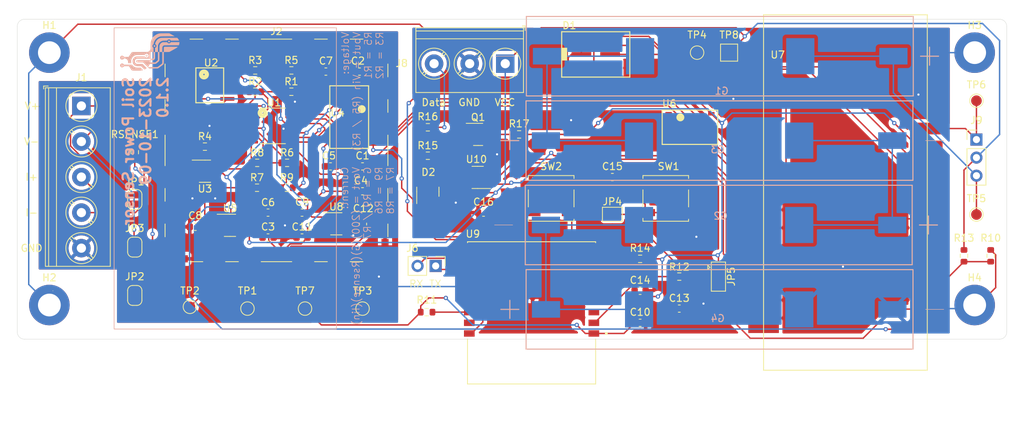
<source format=kicad_pcb>
(kicad_pcb (version 20221018) (generator pcbnew)
  (title_block (title "Soil Power Sensor") (date "2023-10-09") (rev "2.1.0") (company "jlab"))
  (layers (0 "F.Cu" signal) (31 "B.Cu" signal) (34 "B.Paste" user) (35 "F.Paste" user) (36 "B.SilkS" user "B.Silkscreen") (37 "F.SilkS" user "F.Silkscreen") (38 "B.Mask" user) (39 "F.Mask" user) (44 "Edge.Cuts" user))
  (net 0 "")
  (net 1 "+3V3")
  (net 2 "GND")
  (net 3 "REF+1V65")
  (net 4 "REF+3V3")
  (net 5 "-3V3")
  (net 6 "VCC")
  (net 7 "VUSB")
  (net 8 "Net-(U4-AIN0)")
  (net 9 "Net-(U4-AIN1)")
  (net 10 "Net-(U4-AIN2)")
  (net 11 "Net-(U4-AIN3)")
  (net 12 "Net-(U8-CFLY+)")
  (net 13 "Net-(U8-CFLY-)")
  (net 14 "/ESP32/ESP32_EN")
  (net 15 "Net-(JP4-A)")
  (net 16 "Net-(G1--)")
  (net 17 "Net-(G2--)")
  (net 18 "Net-(R3-Pad2)")
  (net 19 "Net-(U2A--)")
  (net 20 "/Analog/POWERDOWN")
  (net 21 "/STM32/SDA")
  (net 22 "/STM32/SCL")
  (net 23 "Net-(U2B--)")
  (net 24 "Net-(U3-OUT)")
  (net 25 "/ESP32/BOOT")
  (net 26 "Net-(R1-Pad1)")
  (net 27 "Net-(R6-Pad1)")
  (net 28 "Net-(R7-Pad2)")
  (net 29 "Net-(U7-SCK{slash}PB13)")
  (net 30 "Net-(U9-IO2)")
  (net 35 "Net-(U9-IO8)")
  (net 45 "Net-(D2-K)")
  (net 46 "/STM32/STM_SWO")
  (net 51 "/STM32/STM_SWDCLK")
  (net 52 "/STM32/STM_SWDIO")
  (net 56 "Net-(G1-+)")
  (net 57 "Net-(G2-+)")
  (net 58 "/Analog/ADC_DRDY")
  (net 59 "/ESP32/EN")
  (net 60 "/Analog/V+")
  (net 61 "/ESP32/TX")
  (net 62 "/ESP32/RX")
  (net 63 "/Analog/V-")
  (net 64 "/Analog/I+")
  (net 65 "/Analog/I-")
  (net 66 "Net-(J8-Pin_3)")
  (net 71 "Net-(Q1-G)")
  (net 72 "/STM32/SDI12_RX")
  (net 73 "/STM32/SDI12_DIR")
  (net 74 "/STM32/SDI12_TX")
  (net 75 "Net-(JP5-C)")
  (net 76 "Net-(JP2-A)")
  (footprint "TestPoint:TestPoint_Pad_D1.5mm" (layer "F.Cu") (at 207.5 51.5 90)
    (fp_text reference "TP4")
    (fp_text value "VCC")
  )
  (footprint "Resistor_SMD:R_0603_1608Metric" (layer "F.Cu") (at 150.5 57)
    (fp_text reference "R1")
    (fp_text value "100k")
  )
  (footprint "Capacitor_SMD:C_0603_1608Metric" (layer "F.Cu") (at 160.5 67.5)
    (fp_text reference "C1")
    (fp_text value "0.1uF")
  )
  (footprint "Capacitor_SMD:C_0603_1608Metric" (layer "F.Cu") (at 152 74 180)
    (fp_text reference "C9")
    (fp_text value "1uF")
  )
  (footprint "Capacitor_SMD:C_0603_1608Metric" (layer "F.Cu") (at 152 77.5 180)
    (fp_text reference "C11")
    (fp_text value "1uF")
  )
  (footprint "Capacitor_SMD:C_0603_1608Metric" (layer "F.Cu") (at 160.075 54.165 180)
    (fp_text reference "C2")
    (fp_text value "0.1uF")
  )
  (footprint "Resistor_SMD:R_0603_1608Metric" (layer "F.Cu") (at 149.865 70.5)
    (fp_text reference "R9")
    (fp_text value "499k")
  )
  (footprint "Package_TO_SOT_SMD:SOT-23" (layer "F.Cu") (at 176.7375 63)
    (fp_text reference "Q1")
    (fp_text value "BSS123")
  )
  (footprint "Connector_PinHeader_2.54mm:PinHeader_1x02_P2.54mm_Vertical" (layer "F.Cu") (at 170.775 81.5 -90)
    (fp_text reference "J6")
    (fp_text value "UART")
  )
  (footprint "MountingHole:MountingHole_3.2mm_M3_ISO7380_Pad_TopBottom" (layer "F.Cu") (at 116.5 51.5)
    (fp_text reference "H1")
    (fp_text value "MountingHole_Pad")
  )
  (footprint "Capacitor_SMD:C_0603_1608Metric" (layer "F.Cu") (at 160.5 71)
    (fp_text reference "C4")
    (fp_text value "0.1uF")
  )
  (footprint "TestPoint:TestPoint_Pad_D1.5mm" (layer "F.Cu") (at 136.25 87.25)
    (fp_text reference "TP2")
    (fp_text value "REF+1V65")
  )
  (footprint "TestPoint:TestPoint_Pad_D1.5mm" (layer "F.Cu") (at 160.5 87.5)
    (fp_text reference "TP3")
    (fp_text value "-3V3")
  )
  (footprint "Soil Power Sensor:SOIC127P602X164-8N" (layer "F.Cu") (at 203.5 60.095)
    (fp_text reference "U6")
    (fp_text value "FM24CL16B" hide)
  )
  (footprint "Resistor_SMD:R_0603_1608Metric" (layer "F.Cu") (at 205 83 180)
    (fp_text reference "R12")
    (fp_text value "10k")
  )
  (footprint "Soil Power Sensor:SOIC127P600X155-8N" (layer "F.Cu") (at 139.035 56.095)
    (fp_text reference "U2")
    (fp_text value "MAX9944")
  )
  (footprint "MountingHole:MountingHole_3.2mm_M3_ISO7380_Pad_TopBottom" (layer "F.Cu") (at 116.5 87)
    (fp_text reference "H2")
    (fp_text value "MountingHole_Pad")
  )
  (footprint "TestPoint:TestPoint_Pad_2.0x2.0mm" (layer "F.Cu") (at 212 51.5)
    (fp_text reference "TP8")
    (fp_text value "+")
  )
  (footprint "Jumper:SolderJumper-3_P1.3mm_Open_Pad1.0x1.5mm" (layer "F.Cu") (at 210.5 83 -90)
    (fp_text reference "JP5")
    (fp_text value "ESP_EN")
  )
  (footprint "Resistor_SMD:R_0603_1608Metric" (layer "F.Cu") (at 145.7 67)
    (fp_text reference "R8")
    (fp_text value "10k")
  )
  (footprint "Capacitor_SMD:C_0603_1608Metric" (layer "F.Cu") (at 147.225 77.5 180)
    (fp_text reference "C3")
    (fp_text value "0.1uF")
  )
  (footprint "Resistor_SMD:R_0603_1608Metric" (layer "F.Cu") (at 182.5 63 180)
    (fp_text reference "R17")
    (fp_text value "47k")
  )
  (footprint "Resistor_SMD:R_0603_1608Metric" (layer "F.Cu") (at 138.355 64.72)
    (fp_text reference "R4")
    (fp_text value "330m")
  )
  (footprint "TestPoint:TestPoint_Pad_D1.5mm" (layer "F.Cu") (at 144.333333 87.5)
    (fp_text reference "TP1")
    (fp_text value "REF+3V3")
  )
  (footprint "Resistor_SMD:R_0603_1608Metric" (layer "F.Cu") (at 199.5 80.5)
    (fp_text reference "R14")
    (fp_text value "10k")
  )
  (footprint "TerminalBlock_Phoenix:TerminalBlock_Phoenix_PT-1,5-3-5.0-H_1x03_P5.00mm_Horizontal" (layer "F.Cu") (at 180.55 53.05 180)
    (fp_text reference "J8")
    (fp_text value "Conn_01x03")
  )
  (footprint "Capacitor_SMD:C_0603_1608Metric" (layer "F.Cu") (at 156 67.5 180)
    (fp_text reference "C5")
    (fp_text value "2.7nF")
  )
  (footprint "Capacitor_SMD:C_0603_1608Metric" (layer "F.Cu") (at 147.225 74)
    (fp_text reference "C6")
    (fp_text value "0.1uF")
  )
  (footprint "Capacitor_SMD:C_0603_1608Metric" (layer "F.Cu") (at 195.6 69 180)
    (fp_text reference "C15")
    (fp_text value "0.1uF")
  )
  (footprint "Package_TO_SOT_SMD:SOT-23-8" (layer "F.Cu") (at 138.3625 68.175)
    (fp_text reference "U3")
    (fp_text value "INA296A" hide)
  )
  (footprint "Capacitor_SMD:C_0603_1608Metric" (layer "F.Cu") (at 155.35 54.165)
    (fp_text reference "C7")
    (fp_text value "1nF")
  )
  (footprint "MountingHole:MountingHole_3.2mm_M3_ISO7380_Pad_TopBottom" (layer "F.Cu") (at 246.5 51.5)
    (fp_text reference "H3")
    (fp_text value "MountingHole_Pad")
  )
  (footprint "Soil Power Sensor:WIO-E5_MINI" (layer "F.Cu") (at 216.843331 62.172127)
    (fp_text reference "U7")
    (fp_text value "Wio-E5 mini")
  )
  (footprint "Package_TO_SOT_SMD:SOT-23-5" (layer "F.Cu") (at 141.875 75.79)
    (fp_text reference "U5")
    (fp_text value "REF2033")
  )
  (footprint "Capacitor_SMD:C_0603_1608Metric" (layer "F.Cu") (at 137 76 180)
    (fp_text reference "C8")
    (fp_text value "0.1uF")
  )
  (footprint "Capacitor_SMD:C_0603_1608Metric" (layer "F.Cu") (at 199.5 85)
    (fp_text reference "C14")
    (fp_text value "0.1uF")
  )
  (footprint "Jumper:SolderJumper-2_P1.3mm_Open_Pad1.0x1.5mm" (layer "F.Cu") (at 195.6 74.25)
    (fp_text reference "JP4")
    (fp_text value "EN_BUTTON")
  )
  (footprint "Capacitor_SMD:C_0603_1608Metric" (layer "F.Cu") (at 199.5 89.5)
    (fp_text reference "C10")
    (fp_text value "10uF")
  )
  (footprint "Button_Switch_SMD:SW_Push_1P1T_NO_CK_KSC7xxJ" (layer "F.Cu") (at 187 72)
    (fp_text reference "SW2")
    (fp_text value "BOOT")
  )
  (footprint "TerminalBlock_Phoenix:TerminalBlock_Phoenix_PT-1,5-5-5.0-H_1x05_P5.00mm_Horizontal" (layer "F.Cu") (at 121 59 -90)
    (fp_text reference "J1")
    (fp_text value "Screw_Terminal_01x05")
  )
  (footprint "Soil Power Sensor:MODULE_ESP32-C3-WROOM-02-N4" (layer "F.Cu") (at 184.25 88.1 180)
    (fp_text reference "U9")
    (fp_text value "ESP32-C3-WROOM-02-N4")
  )
  (footprint "Resistor_SMD:R_0603_1608Metric" (layer "F.Cu") (at 248.75 80.075 -90)
    (fp_text reference "R10")
    (fp_text value "1M")
  )
  (footprint "TestPoint:TestPoint_Pad_D1.5mm" (layer "F.Cu") (at 152.416666 87.5)
    (fp_text reference "TP7")
    (fp_text value "+3V3")
  )
  (footprint "Resistor_SMD:R_0603_1608Metric" (layer "F.Cu") (at 169.675 62 180)
    (fp_text reference "R16")
    (fp_text value "510")
  )
  (footprint "Capacitor_SMD:C_0603_1608Metric" (layer "F.Cu") (at 177.5 74 180)
    (fp_text reference "C16")
    (fp_text value "0.1uF")
  )
  (footprint "RF_Shielding:Wuerth_36103305_30x30mm" (layer "F.Cu") (at 148.408455 65.25)
    (fp_text reference "J2")
    (fp_text value "RFShield_OnePiece")
  )
  (footprint "Jumper:SolderJumper-2_P1.3mm_Open_RoundedPad1.0x1.5mm" (layer "F.Cu") (at 128.5 85.65 -90)
    (fp_text reference "JP2")
    (fp_text value "SolderJumper_2_Open" hide)
  )
  (footprint "Resistor_SMD:R_0603_1608Metric" (layer "F.Cu") (at 145.42 54)
    (fp_text reference "R3")
    (fp_text value "100k")
  )
  (footprint "Soil Power Sensor:SOP65P640X120-16N" (layer "F.Cu") (at 147.9 61.8)
    (fp_text reference "U1")
    (fp_text value "THS4532")
  )
  (footprint "Package_TO_SOT_SMD:SOT-23-5" (layer "F.Cu") (at 176.675 69.05 180)
    (fp_text reference "U10")
    (fp_text value "74LVC1G240")
  )
  (footprint "Connector_PinHeader_2.54mm:PinHeader_1x03_P2.54mm_Vertical" (layer "F.Cu") (at 246.75 63.725)
    (fp_text reference "J9")
    (fp_text value "Conn_01x03_Pin")
  )
  (footprint "Soil Power Sensor:ARM10_DEBUG" (layer "F.Cu") (at 191.25 49.21)
    (fp_text reference "D1")
    (fp_text value "ARM10_DEBUG")
  )
  (footprint "Jumper:SolderJumper-2_P1.3mm_Open_RoundedPad1.0x1.5mm" (layer "F.Cu") (at 128.5 72.15 90)
    (fp_text reference "JP1")
    (fp_text value "SolderJumper_2_Open" hide)
  )
  (footprint "Resistor_SMD:R_0603_1608Metric" (layer "F.Cu") (at 145.42 57)
    (fp_text reference "R2")
    (fp_text value "100k")
  )
  (footprint "Resistor_SMD:R_0603_1608Metric" (layer "F.Cu") (at 169.5 88 180)
    (fp_text reference "R11")
    (fp_text value "10k")
  )
  (footprint "TestPoint:TestPoint_Pad_D1.5mm" (layer "F.Cu") (at 246.75 74.265 90)
    (fp_text reference "TP5")
    (fp_text value "VBAT")
  )
  (footprint "Capacitor_SMD:C_0603_1608Metric" (layer "F.Cu") (at 160.565 75.61 -90)
    (fp_text reference "C12")
    (fp_text value "1uF")
  )
  (footprint "MountingHole:MountingHole_3.2mm_M3_ISO7380_Pad_TopBottom" (layer "F.Cu") (at 246.5 87)
    (fp_text reference "H4")
    (fp_text value "MountingHole_Pad")
  )
  (footprint "TestPoint:TestPoint_Pad_D1.5mm" (layer "F.Cu") (at 246.75 58.265 90)
    (fp_text reference "TP6")
    (fp_text value "VUSB")
  )
  (footprint "Package_TO_SOT_SMD:SOT-23-5" (layer "F.Cu") (at 156.8175 75.575)
    (fp_text reference "U8")
    (fp_text value "TPS60400DBV")
  )
  (footprint "Jumper:SolderJumper-2_P1.3mm_Open_RoundedPad1.0x1.5mm" (layer "F.Cu") (at 128.5 78.85 90)
    (fp_text reference "JP3")
    (fp_text value "SolderJumper_2_Open" hide)
  )
  (footprint "Resistor_SMD:R_0603_1608Metric" (layer "F.Cu") (at 145.675 70.5)
    (fp_text reference "R7")
    (fp_text value "10k")
  )
  (footprint "Resistor_SMD:R_0603_1608Metric" (layer "F.Cu") (at 128.5 65.5 90)
    (fp_text reference "RSENSE1")
    (fp_text value "DNP" hide)
  )
  (footprint "Capacitor_SMD:C_0603_1608Metric" (layer "F.Cu") (at 205 87.5)
    (fp_text reference "C13")
    (fp_text value "1uF")
  )
  (footprint "Resistor_SMD:R_0603_1608Metric" (layer "F.Cu") (at 169.675 66)
    (fp_text reference "R15")
    (fp_text value "510")
  )
  (footprint "Button_Switch_SMD:SW_Push_1P1T_NO_CK_KSC7xxJ" (layer "F.Cu") (at 203.1 72)
    (fp_text reference "SW1")
    (fp_text value "EN")
  )
  (footprint "Package_TO_SOT_SMD:SOT-23" (layer "F.Cu") (at 169.675 71.0625 90)
    (fp_text reference "D2")
    (fp_text value "BZX84Cxx")
  )
  (footprint "Resistor_SMD:R_0603_1608Metric" (layer "F.Cu") (at 149.9 67)
    (fp_text reference "R6")
    (fp_text value "499k")
  )
  (footprint "Resistor_SMD:R_0603_1608Metric" (layer "F.Cu") (at 150.5 54)
    (fp_text reference "R5")
    (fp_text value "100k")
  )
  (footprint "Resistor_SMD:R_0603_1608Metric" (layer "F.Cu") (at 245 80.075 90)
    (fp_text reference "R13")
    (fp_text value "1M")
  )
  (footprint "Soil Power Sensor:TSSOP65P640X120-16" (layer "F.Cu") (at 160.9 57.665 -90)
    (fp_text reference "U4")
    (fp_text value "ADS1219")
  )
  (footprint "Soil Power Sensor:AAA55" (layer "B.Cu") (at 210.798131 75.740987 180)
    (fp_text reference "G2")
    (fp_text value "AAA55")
  )
  (footprint "Soil Power Sensor:AAA55" (layer "B.Cu") (at 210.951 52 180)
    (fp_text reference "G1")
    (fp_text value "AAA55")
  )
  (footprint "Soil Power Sensor:UCSC_HSC" (layer "B.Cu") (at 130.6 51.4 -90)
    (fp_text reference "G***" hide)
    (fp_text value "LOGO" hide)
  )
  (footprint "Soil Power Sensor:AAA55" (layer "B.Cu") (at 210.404213 87.61148)
    (fp_text reference "G4")
    (fp_text value "AAA55")
  )
  (footprint "Soil Power Sensor:AAA55" (layer "B.Cu") (at 210.391731 63.870494)
    (fp_text reference "G3")
    (fp_text value "AAA55")
  )
  (gr_line (start 113 91.801633) (end 250 91.801633) (stroke (width 0.05)) (layer "Edge.Cuts"))
  (gr_arc (start 250 46.801633) (mid 250.707107 47.094526) (end 251 47.801633) (stroke (width 0.05)) (layer "Edge.Cuts"))
  (gr_line (start 112 47.801633) (end 112 90.801633) (stroke (width 0.05)) (layer "Edge.Cuts"))
  (gr_line (start 251 90.801633) (end 251 47.801633) (stroke (width 0.05)) (layer "Edge.Cuts"))
  (gr_circle (center 117 85) (end 117 85) (stroke (width 0.05)) (fill none) (layer "Edge.Cuts"))
  (gr_arc (start 251 90.801633) (mid 250.707107 91.50874) (end 250 91.801633) (stroke (width 0.05)) (layer "Edge.Cuts"))
  (gr_line (start 113 46.801633) (end 250 46.801633) (stroke (width 0.05)) (layer "Edge.Cuts"))
  (gr_arc (start 113 91.801633) (mid 112.292893 91.50874) (end 112 90.801633) (stroke (width 0.05)) (layer "Edge.Cuts"))
  (gr_arc (start 112 47.801633) (mid 112.292893 47.094526) (end 113 46.801633) (stroke (width 0.05)) (layer "Edge.Cuts"))
  (gr_text "Voltage:\nVout = Vin (R5 / R3)\nR5 = R1\nR3 = R2" (at 163.5 48.5 90) (layer "B.SilkS") (effects (font (size 1 1) (thickness 0.1)) (justify left bottom mirror)))
  (gr_text "Current:\nVout = (200)(G)(Rsense)(Iin)\nG = R9 / R7\nR9 = R6\nR7 = R8" (at 165 67.5 90) (layer "B.SilkS") (effects (font (size 1 1) (thickness 0.1)) (justify left bottom mirror)))
  (gr_text "GND\n" (at 175.5 58.5) (layer "F.SilkS") (effects (font (size 1 1))))
  (gr_text "GND\n" (at 114 79) (layer "F.SilkS") (effects (font (size 1 1))))
  (gr_text "TX" (at 169.8 84.6) (layer "F.SilkS") (effects (font (size 1 1) (thickness 0.1)) (justify left bottom)))
  (gr_text "RX" (at 167 84.6) (layer "F.SilkS") (effects (font (size 1 1) (thickness 0.1)) (justify left bottom)))
  (gr_text "V+" (at 114.1 59) (layer "F.SilkS") (effects (font (size 1 1))))
  (gr_text "VCC\n" (at 180.5 58.5) (layer "F.SilkS") (effects (font (size 1 1))))
  (gr_text "I+" (at 114 69) (layer "F.SilkS") (effects (font (size 1 1))))
  (gr_text "Data" (at 170.5 58.5) (layer "F.SilkS") (effects (font (size 1 1))))
  (gr_text "I-" (at 114 74) (layer "F.SilkS") (effects (font (size 1 1))))
  (gr_text "V-" (at 114 64) (layer "F.SilkS") (effects (font (size 1 1))))
  (gr_text_box "	${TITLE}\n	${ISSUE_DATE}\n	${REVISION}" (start 125.6 90.374085) (end 156.82 48) (angle 90) (layer "B.SilkS") (effects (font (size 1.5 1.5) (thickness 0.3) bold) (justify left top mirror)) (stroke (width 0.1)))
  (segment (start 159.6 57.665) (end 159.6 55.415) (width 0.2) (layer "F.Cu") (net 1))
  (segment (start 169.8 86) (end 168.675 87.125) (width 0.2) (layer "F.Cu") (net 1))
  (segment (start 159.6 58.862448) (end 158.95 59.512448) (width 0.2) (layer "F.Cu") (net 1))
  (segment (start 150.77 64.075) (end 153.470291 64.075) (width 0.2) (layer "F.Cu") (net 1))
  (segment (start 149.664552 84.327) (end 148.727 83.389448) (width 0.2) (layer "F.Cu") (net 1))
  (segment (start 150.337552 78.4) (end 151.875 78.4) (width 0.2) (layer "F.Cu") (net 1))
  (segment (start 202 85.8) (end 199.525 85.8) (width 0.2) (layer "F.Cu") (net 1))
  (segment (start 199.525 85.8) (end 198.725 85) (width 0.2) (layer "F.Cu") (net 1))
  (segment (start 150.77 64.77) (end 150.77 64.075) (width 0.2) (layer "F.Cu") (net 1))
  (segment (start 158.95 63.465) (end 158.3 63.465) (width 0.2) (layer "F.Cu") (net 1))
  (segment (start 202.6 80.6) (end 202.5 80.5) (width 0.2) (layer "F.Cu") (net 1))
  (segment (start 193 91) (end 191.8 91) (width 0.2) (layer "F.Cu") (net 1))
  (segment (start 148.727 83.389448) (end 148.727 80.010552) (width 0.2) (layer "F.Cu") (net 1))
  (segment (start 154.6 68.6) (end 150.77 64.77) (width 0.2) (layer "F.Cu") (net 1))
  (segment (start 159.725 67.5) (end 158.625 68.6) (width 0.2) (layer "F.Cu") (net 1))
  (segment (start 183.325 63) (end 192 63) (width 0.2) (layer "F.Cu") (net 1))
  (segment (start 158.625 68.6) (end 157 68.6) (width 0.2) (layer "F.Cu") (net 1))
  (segment (start 198.725 85) (end 198.725 89.5) (width 0.2) (layer "F.Cu") (net 1))
  (segment (start 155.68 75.575) (end 154.7 75.575) (width 0.2) (layer "F.Cu") (net 1))
  (segment (start 154.523 61.475) (end 150.77 61.475) (width 0.2) (layer "F.Cu") (net 1))
  (segment (start 149 60.8) (end 149.675 61.475) (width 0.2) (layer "F.Cu") (net 1))
  (segment (start 152.775 75.825) (end 152.8 75.8) (width 0.2) (layer "F.Cu") (net 1))
  (segment (start 142.79 54.19) (end 144 55.4) (width 0.2) (layer "F.Cu") (net 1))
  (segment (start 154.716666 89.8) (end 166.875 89.8) (width 0.2) (layer "F.Cu") (net 1))
  (segment (start 148.727 80.010552) (end 150.337552 78.4) (width 0.2) (layer "F.Cu") (net 1))
  (segment (start 191.25 49.21) (end 192.144 49.21) (width 0.2) (layer "F.Cu") (net 1))
  (segment (start 152.416666 84.943666) (end 151.8 84.327) (width 0.2) (layer "F.Cu") (net 1))
  (segment (start 155.2 62.152) (end 154.523 61.475) (width 0.2) (layer "F.Cu") (net 1))
  (segment (start 210.5 81.7) (end 210.5 80.1) (width 0.2) (layer "F.Cu") (net 1))
  (segment (start 239.843331 64.712127) (end 238.512127 64.712127) (width 0.2) (layer "F.Cu") (net 1))
  (segment (start 192 63) (end 193.6 61.4) (width 0.2) (layer "F.Cu") (net 1))
  (segment (start 202.5 80.5) (end 200.325 80.5) (width 0.2) (layer "F.Cu") (net 1))
  (segment (start 193 50.066) (end 193 54.174) (width 0.2) (layer "F.Cu") (net 1))
  (segment (start 205.805 56.4) (end 209.5 60.095) (width 0.2) (layer "F.Cu") (net 1))
  (segment (start 158.95 59.512448) (end 158.95 63.465) (width 0.2) (layer "F.Cu") (net 1))
  (segment (start 158.95 66.725) (end 158.95 63.465) (width 0.2) (layer "F.Cu") (net 1))
  (segment (start 211 61.4) (end 210.805 61.4) (width 0.2) (layer "F.Cu") (net 1))
  (segment (start 152.775 77.5) (end 152.775 75.825) (width 0.2) (layer "F.Cu") (net 1))
  (segment (start 210.5 80.1) (end 210.4 80) (width 0.2) (layer "F.Cu") (net 1))
  (segment (start 193 54.174) (end 195.226 56.4) (width 0.2) (layer "F.Cu") (net 1))
  (segment (start 197.225 91) (end 198.725 89.5) (width 0.2) (layer "F.Cu") (net 1))
  (segment (start 152.416666 87.5) (end 152.416666 84.943666) (width 0.2) (layer "F.Cu") (net 1))
  (segment (start 159.725 67.5) (end 158.95 66.725) (width 0.2) (layer "F.Cu") (net 1))
  (segment (start 166.875 89.8) (end 168.675 88) (width 0.2) (layer "F.Cu") (net 1))
  (segment (start 157 68.6) (end 154.6 68.6) (width 0.2) (layer "F.Cu") (net 1))
  (segment (start 141.5 54.19) (end 142.79 54.19) (width 0.2) (layer "F.Cu") (net 1))
  (segment (start 151.8 84.327) (end 149.664552 84.327) (width 0.2) (layer "F.Cu") (net 1))
  (segment (start 159.6 57.665) (end 159.6 58.862448) (width 0.2) (layer "F.Cu") (net 1))
  (segment (start 149.675 61.475) (end 150.77 61.475) (width 0.2) (layer "F.Cu") (net 1))
  (segment (start 155.2 62.345291) (end 155.2 62.152) (width 0.2) (layer "F.Cu") (net 1))
  (segment (start 172.2 86) (end 169.8 86) (width 0.2) (layer "F.Cu") (net 1))
  (segment (start 195.226 56.4) (end 205.805 56.4) (width 0.2) (layer "F.Cu") (net 1))
  (segment (start 193 91) (end 197.225 91) (width 0.2) (layer "F.Cu") (net 1))
  (segment (start 168.675 87.125) (end 168.675 88) (width 0.2) (layer "F.Cu") (net 1))
  (segment (start 191.8 91) (end 190.6 89.8) (width 0.2) (layer "F.Cu") (net 1))
  (segment (start 154.7 75.575) (end 152.775 77.5) (width 0.2) (layer "F.Cu") (net 1))
  (segment (start 151.875 78.4) (end 152.775 77.5) (width 0.2) (layer "F.Cu") (net 1))
  (segment (start 238.512127 64.712127) (end 235.2 61.4) (width 0.2) (layer "F.Cu") (net 1))
  (segment (start 192.144 49.21) (end 193 50.066) (width 0.2) (layer "F.Cu") (net 1))
  (segment (start 159.6 55.415) (end 160.85 54.165) (width 0.2) (layer "F.Cu") (net 1))
  (segment (start 152.416666 87.5) (end 154.716666 89.8) (width 0.2) (layer "F.Cu") (net 1))
  (segment (start 210.805 61.4) (end 209.5 60.095) (width 0.2) (layer "F.Cu") (net 1))
  (segment (start 153.470291 64.075) (end 155.2 62.345291) (width 0.2) (layer "F.Cu") (net 1))
  (via (at 193.6 61.4) (size 0.6) (drill 0.3) (layers "F.Cu" "B.Cu") (net 1))
  (via (at 144 55.4) (size 0.6) (drill 0.3) (layers "F.Cu" "B.Cu") (net 1))
  (via (at 210.4 80) (size 0.6) (drill 0.3) (layers "F.Cu" "B.Cu") (net 1))
  (via (at 172.2 86) (size 0.6) (drill 0.3) (layers "F.Cu" "B.Cu") (net 1))
  (via (at 157 68.6) (size 0.6) (drill 0.3) (layers "F.Cu" "B.Cu") (net 1))
  (via (at 202.6 80.6) (size 0.6) (drill 0.3) (layers "F.Cu" "B.Cu") (net 1))
  (via (at 235.2 61.4) (size 0.6) (drill 0.3) (layers "F.Cu" "B.Cu") (net 1))
  (via (at 149 60.8) (size 0.6) (drill 0.3) (layers "F.Cu" "B.Cu") (net 1))
  (via (at 211 61.4) (size 0.6) (drill 0.3) (layers "F.Cu" "B.Cu") (net 1))
  (via (at 190.6 89.8) (size 0.6) (drill 0.3) (layers "F.Cu" "B.Cu") (net 1))
  (via (at 202 85.8) (size 0.6) (drill 0.3) (layers "F.Cu" "B.Cu") (net 1))
  (via (at 152.8 75.8) (size 0.6) (drill 0.3) (layers "F.Cu" "B.Cu") (net 1))
  (segment (start 202.6 85.2) (end 202.6 80.6) (width 0.2) (layer "B.Cu") (net 1))
  (segment (start 144 55.4) (end 145.4 55.4) (width 0.2) (layer "B.Cu") (net 1))
  (segment (start 149 59) (end 149 60.8) (width 0.2) (layer "B.Cu") (net 1))
  (segment (start 235.2 61.4) (end 233.8 60) (width 0.2) (layer "B.Cu") (net 1))
  (segment (start 210.4 80) (end 211 79.4) (width 0.2) (layer "B.Cu") (net 1))
  (segment (start 209 59.4) (end 211 61.4) (width 0.2) (layer "B.Cu") (net 1))
  (segment (start 176 89.8) (end 172.2 86) (width 0.2) (layer "B.Cu") (net 1))
  (segment (start 145.4 55.4) (end 149 59) (width 0.2) (layer "B.Cu") (net 1))
  (segment (start 195.6 59.4) (end 209 59.4) (width 0.2) (layer "B.Cu") (net 1))
  (segment (start 190.6 89.8) (end 176 89.8) (width 0.2) (layer "B.Cu") (net 1))
  (segment (start 203.2 80) (end 202.6 80.6) (width 0.2) (layer "B.Cu") (net 1))
  (segment (start 202 85.8) (end 202.6 85.2) (width 0.2) (layer "B.Cu") (net 1))
  (segment (start 233.8 60) (end 212.4 60) (width 0.2) (layer "B.Cu") (net 1))
  (segment (start 211 79.4) (end 211 61.4) (width 0.2) (layer "B.Cu") (net 1))
  (segment (start 157 68.6) (end 157 71.6) (width 0.2) (layer "B.Cu") (net 1))
  (segment (start 212.4 60) (end 211 61.4) (width 0.2) (layer "B.Cu") (net 1))
  (segment (start 210.4 80) (end 203.2 80) (width 0.2) (layer "B.Cu") (net 1))
  (segment (start 157 71.6) (end 152.8 75.8) (width 0.2) (layer "B.Cu") (net 1))
  (segment (start 193.6 61.4) (end 195.6 59.4) (width 0.2) (layer "B.Cu") (net 1))
  (segment (start 169.5 48.5) (end 169.5 49) (width 0.2) (layer "F.Cu") (net 2))
  (segment (start 189.89 54.29) (end 191.25 54.29) (width 0.2) (layer "F.Cu") (net 2))
  (segment (start 158.95 57.665) (end 158.3 57.665) (width 0.2) (layer "F.Cu") (net 2))
  (segment (start 136.3355 68.922999) (end 136.3355 68.0645) (width 0.2) (layer "F.Cu") (net 2))
  (segment (start 141.673 75.516999) (end 141.673 74.273) (width 0.2) (layer "F.Cu") (net 2))
  (segment (start 189.4 53.8) (end 189.89 54.29) (width 0.2) (layer "F.Cu") (net 2))
  (segment (start 116.5 51.5) (end 120.5 47.5) (width 0.2) (layer "F.Cu") (net 2))
  (segment (start 141.673 74.273) (end 140.6 73.2) (width 0.2) (layer "F.Cu") (net 2))
  (segment (start 141.399999 75.79) (end 141.673 75.516999) (width 0.2) (layer "F.Cu") (net 2))
  (segment (start 249.452 84.548) (end 246.5 87.5) (width 0.2) (layer "F.Cu") (net 2))
  (segment (start 150.77 62.125) (end 149.475 62.125) (width 0.2) (layer "F.Cu") (net 2))
  (segment (start 136.562501 69.15) (end 136.3355 68.922999) (width 0.2) (layer "F.Cu") (net 2))
  (segment (start 158.3 55.165) (end 159.3 54.165) (width 0.2) (layer "F.Cu") (net 2))
  (segment (start 160.25 57.665) (end 160.9 57.665) (width 0.2) (layer "F.Cu") (net 2))
  (segment (start 189.85 51.75) (end 189.4 52.2) (width 0.2) (layer "F.Cu") (net 2))
  (segment (start 236.727873 74.872127) (end 236.6 75) (width 0.2) (layer "F.Cu") (net 2))
  (segment (start 149.475 62.125) (end 149.4 62.2) (width 0.2) (layer "F.Cu") (net 2))
  (segment (start 150.77 58.63) (end 151 58.4) (width 0.2) (layer "F.Cu") (net 2))
  (segment (start 140.7375 75.79) (end 141.399999 75.79) (width 0.2) (layer "F.Cu") (net 2))
  (segment (start 150.77 59.525) (end 150.77 58.63) (width 0.2) (layer "F.Cu") (net 2))
  (segment (start 158.525 76.525) (end 159.2 77.2) (width 0.2) (layer "F.Cu") (net 2))
  (segment (start 157.955 76.525) (end 158.525 76.525) (width 0.2) (layer "F.Cu") (net 2))
  (segment (start 136.55 67.85) (end 137.225 67.85) (width 0.2) (layer "F.Cu") (net 2))
  (segment (start 191.25 50.48) (end 191.25 51.75) (width 0.2) (layer "F.Cu") (net 2))
  (segment (start 158.3 57.665) (end 158.3 55.165) (width 0.2) (layer "F.Cu") (net 2))
  (segment (start 189.4 52.2) (end 189.4 53.8) (width 0.2) (layer "F.Cu") (net 2))
  (segment (start 120.5 47.5) (end 168.5 47.5) (width 0.2) (layer "F.Cu") (net 2))
  (segment (start 136.3355 68.0645) (end 136.55 67.85) (width 0.2) (layer "F.Cu") (net 2))
  (segment (start 239.843331 74.872127) (end 236.727873 74.872127) (width 0.2) (layer "F.Cu") (net 2))
  (segment (start 249.452 79.952) (end 249.452 84.548) (width 0.2) (layer "F.Cu") (net 2))
  (segment (start 137.225 69.15) (end 136.562501 69.15) (width 0.2) (layer "F.Cu") (net 2))
  (segment (start 191.25 51.75) (end 189.85 51.75) (width 0.2) (layer "F.Cu") (net 2))
  (segment (start 168.5 47.5) (end 169.5 48.5) (width 0.2) (layer "F.Cu") (net 2))
  (segment (start 248.75 79.25) (end 249.452 79.952) (width 0.2) (layer "F.Cu") (net 2))
  (via (at 173.6 72.6) (size 0.6) (drill 0.3) (layers "F.Cu" "B.Cu") (net 2))
  (via (at 149.6 75.8) (size 0.6) (drill 0.3) (layers "F.Cu" "B.Cu") (net 2))
  (via (at 149.4 62.2) (size 0.6) (drill 0.3) (layers "F.Cu" "B.Cu") (net 2))
  (via (at 159.2 77.2) (size 0.6) (drill 0.3) (layers "F.Cu" "B.Cu") (net 2))
  (via (at 136.6 72) (size 0.6) (drill 0.3) (layers "F.Cu" "B.Cu") (net 2))
  (via (at 139 61.8) (size 0.6) (drill 0.3) (layers "F.Cu" "B.Cu") (net 2))
  (via (at 238.6 57.4) (size 0.6) (drill 0.3) (layers "F.Cu" "B.Cu") (net 2))
  (via (at 179.4 65.8) (size 0.6) (drill 0.3) (layers "F.Cu" "B.Cu") (net 2))
  (via (at 151 58.4) (size 0.6) (drill 0.3) (layers "F.Cu" "B.Cu") (net 2))
  (via (at 208.4 86.8) (size 0.6) (drill 0.3) (layers "F.Cu" "B.Cu") (net 2))
  (via (at 228 81.6) (size 0.6) (drill 0.3) (layers "F.Cu" "B.Cu") (net 2))
  (via (at 162.8 83) (size 0.6) (drill 0.3) (layers "F.Cu" "B.Cu") (net 2))
  (via (at 189.8 61) (size 0.6) (drill 0.3) (layers "F.Cu" "B.Cu") (net 2))
  (via (at 212.6 58) (size 0.6) (drill 0.3) (layers "F.Cu" "B.Cu") (net 2))
  (via (at 207.4 77.4) (size 0.6) (drill 0.3) (layers "F.Cu" "B.Cu") (net 2))
  (via (at 139.8 72) (size 0.6) (drill 0.3) (layers "F.Cu" "B.Cu") (net 2))
  (segment (start 175.6 84.4) (end 164.2 84.4) (width 0.2) (layer "B.Cu") (net 2))
  (segment (start 116.5 51.5) (end 113.6 54.4) (width 0.2) (layer "B.Cu") (net 2))
  (segment (start 242.7 51.5) (end 242.6 51.6) (width 0.2) (layer "B.Cu") (net 2))
  (segment (start 113.6 84.1) (end 116.5 87) (width 0.2) (layer "B.Cu") (net 2))
  (segment (start 242.7 87.5) (end 242.6 87.4) (width 0.2) (layer "B.Cu") (net 2))
  (segment (start 113.6 54.4) (end 113.6 84.1) (width 0.2) (layer "B.Cu") (net 2))
  (segment (start 246.5 51.5) (end 242.7 51.5) (width 0.2) (layer "B.Cu") (net 2))
  (segment (start 246.5 87.5) (end 242.7 87.5) (width 0.2) (layer "B.Cu") (net 2))
  (segment (start 139.848 77.050316) (end 139.848 75.067001) (width 0.2) (layer "F.Cu") (net 3))
  (segment (start 138.935 74.84) (end 138.336234 74.241234) (width 0.2) (layer "F.Cu") (net 3))
  (segment (start 138.986234 67.85) (end 139.5 67.85) (width 0.2) (layer "F.Cu") (net 3))
  (segment (start 138.935 74.84) (end 137.775 76) (width 0.2) (layer "F.Cu") (net 3))
  (segment (start 140.075001 74.84) (end 140.7375 74.84) (width 0.2) (layer "F.Cu") (net 3))
  (segment (start 144.875 67) (end 144.875 64.23) (width 0.2) (layer "F.Cu") (net 3))
  (segment (start 144.018 61.702001) (end 144.018 63.847999) (width 0.2) (layer "F.Cu") (net 3))
  (segment (start 139.5 84) (end 147.4 84) (width 0.2) (layer "F.Cu") (net 3))
  (segment (start 138.336234 68.5) (end 138.986234 67.85) (width 0.2) (layer "F.Cu") (net 3))
  (segment (start 148.073 83.327) (end 148.073 79.6) (width 0.2) (layer "F.Cu") (net 3))
  (segment (start 144.245001 64.075) (end 145.03 64.075) (width 0.2) (layer "F.Cu") (net 3))
  (segment (start 148.073 79.6) (end 142.397684 79.6) (width 0.2) (layer "F.Cu") (net 3))
  (segment (start 144.025 67.85) (end 144.875 67) (width 0.2) (layer "F.Cu") (net 3))
  (segment (start 139.848 75.067001) (end 140.075001 74.84) (width 0.2) (layer "F.Cu") (net 3))
  (segment (start 137.225 68.5) (end 138.336234 68.5) (width 0.2) (layer "F.Cu") (net 3))
  (segment (start 144.875 64.23) (end 145.03 64.075) (width 0.2) (layer "F.Cu") (net 3))
  (segment (start 144.018 63.847999) (end 144.245001 64.075) (width 0.2) (layer "F.Cu") (net 3))
  (segment (start 145.03 61.475) (end 144.245001 61.475) (width 0.2) (layer "F.Cu") (net 3))
  (segment (start 136.25 87.25) (end 139.5 84) (width 0.2) (layer "F.Cu") (net 3))
  (segment (start 139.5 67.85) (end 144.025 67.85) (width 0.2) (layer "F.Cu") (net 3))
  (segment (start 147.4 84) (end 148.073 83.327) (width 0.2) (layer "F.Cu") (net 3))
  (segment (start 142.397684 79.6) (end 139.848 77.050316) (width 0.2) (layer "F.Cu") (net 3))
  (segment (start 140.7375 74.84) (end 138.935 74.84) (width 0.2) (layer "F.Cu") (net 3))
  (segment (start 144.245001 61.475) (end 144.018 61.702001) (width 0.2) (layer "F.Cu") (net 3))
  (segment (start 138.336234 74.241234) (end 138.336234 68.5) (width 0.2) (layer "F.Cu") (net 3))
  (segment (start 147.535448 84.327) (end 148.4 83.462448) (width 0.2) (layer "F.Cu") (net 4))
  (segment (start 143.0125 74.84) (end 145.61 74.84) (width 0.2) (layer "F.Cu") (net 4))
  (segment (start 148.4 79.02046) (end 147.323 77.94346) (width 0.2) (layer "F.Cu") (net 4))
  (segment (start 144.333333 87.5) (end 144.333333 86.393667) (width 0.2) (layer "F.Cu") (net 4))
  (segment (start 144.333333 86.393667) (end 146.4 84.327) (width 0.2) (layer "F.Cu") (net 4))
  (segment (start 146.45 74) (end 148.25 72.2) (width 0.2) (layer "F.Cu") (net 4))
  (segment (start 148.4 83.462448) (end 148.4 79.02046) (width 0.2) (layer "F.Cu") (net 4))
  (segment (start 146.4 84.327) (end 147.535448 84.327) (width 0.2) (layer "F.Cu") (net 4))
  (segment (start 145.61 74.84) (end 146.45 74) (width 0.2) (layer "F.Cu") (net 4))
  (segment (start 147.323 77.94346) (end 147.323 76.553) (width 0.2) (layer "F.Cu") (net 4))
  (segment (start 155 71) (end 159.725 71) (width 0.2) (layer "F.Cu") (net 4))
  (segment (start 155 65) (end 155 64.815) (width 0.2) (layer "F.Cu") (net 4))
  (segment (start 148.25 72.2) (end 153.8 72.2) (width 0.2) (layer "F.Cu") (net 4))
  (segment (start 153.8 72.2) (end 155 71) (width 0.2) (layer "F.Cu") (net 4))
  (segment (start 155 64.815) (end 156.35 63.465) (width 0.2) (layer "F.Cu") (net 4))
  (segment (start 147.323 76.553) (end 145.61 74.84) (width 0.2) (layer "F.Cu") (net 4))
  (via (at 155 65) (size 0.6) (drill 0.3) (layers "F.Cu" "B.Cu") (net 4))
  (via (at 155 71) (size 0.6) (drill 0.3) (layers "F.Cu" "B.Cu") (net 4))
  (segment (start 155 65) (end 155 71) (width 0.2) (layer "B.Cu") (net 4))
  (segment (start 149.054 83.254) (end 149.054 80.146) (width 0.2) (layer "F.Cu") (net 5))
  (segment (start 153.4 74.625) (end 152.775 74) (width 0.2) (layer "F.Cu") (net 5))
  (segment (start 160.5 87.5) (end 157 84) (width 0.2) (layer "F.Cu") (net 5))
  (segment (start 149.054 80.146) (end 150.473 78.727) (width 0.2) (layer "F.Cu") (net 5))
  (segment (start 157 84) (end 149.8 84) (width 0.2) (layer "F.Cu") (net 5))
  (segment (start 160.94846 74.098) (end 156.207 74.098) (width 0.2) (layer "F.Cu") (net 5))
  (segment (start 159.34346 78.727) (end 161.267 76.80346) (width 0.2) (layer "F.Cu") (net 5))
  (segment (start 136.57 58) (end 138.8 58) (width 0.2) (layer "F.Cu") (net 5))
  (segment (start 161.267 74.41654) (end 160.94846 74.098) (width 0.2) (layer "F.Cu") (net 5))
  (segment (start 152.775 74) (end 152.775 72.975) (width 0.2) (layer "F.Cu") (net 5))
  (segment (start 156.207 74.098) (end 155.68 74.625) (width 0.2) (layer "F.Cu") (net 5))
  (segment (start 149.8 84) (end 149.054 83.254) (width 0.2) (layer "F.Cu") (net 5))
  (segment (start 150.473 78.727) (end 159.34346 78.727) (width 0.2) (layer "F.Cu") (net 5))
  (segment (start 155.68 74.625) (end 153.4 74.625) (width 0.2) (layer "F.Cu") (net 5))
  (segment (start 152.775 72.975) (end 152.6 72.8) (width 0.2) (layer "F.Cu") (net 5))
  (segment (start 161.267 76.80346) (end 161.267 74.41654) (width 0.2) (layer "F.Cu") (net 5))
  (via (at 152.6 72.8) (size 0.6) (drill 0.3) (layers "F.Cu" "B.Cu") (net 5))
  (via (at 138.8 58) (size 0.6) (drill 0.3) (layers "F.Cu" "B.Cu") (net 5))
  (segment (start 138.8 58) (end 146.4 58) (width 0.2) (layer "B.Cu") (net 5))
  (segment (start 148.473 60.073) (end 148.473 68.673) (width 0.2) (layer "B.Cu") (net 5))
  (segment (start 148.473 68.673) (end 152.6 72.8) (width 0.2) (layer "B.Cu") (net 5))
  (segment (start 146.4 58) (end 148.473 60.073) (width 0.2) (layer "B.Cu") (net 5))
  (segment (start 185.6 48) (end 213 48) (width 0.2) (layer "F.Cu") (net 6))
  (segment (start 214.2 49.3) (end 212 51.5) (width 0.2) (layer "F.Cu") (net 6))
  (segment (start 245 79.25) (end 245 68.015) (width 0.2) (layer "F.Cu") (net 6))
  (segment (start 179.2 71.2) (end 176.7375 71.2) (width 0.2) (layer "F.Cu") (net 6))
  (segment (start 145.69 76.74) (end 146.45 77.5) (width 0.2) (layer "F.Cu") (net 6))
  (segment (start 212 51.5) (end 207.5 51.5) (width 0.2) (layer "F.Cu") (net 6))
  (segment (start 176.7375 71.2) (end 175.5375 70) (width 0.2) (layer "F.Cu") (net 6))
  (segment (start 180.55 53.05) (end 185.6 48) (width 0.2) (layer "F.Cu") (net 6))
  (segment (start 213 48) (end 214.2 49.2) (width 0.2) (layer "F.Cu") (net 6))
  (segment (start 214.2 49.2) (end 214.2 49.3) (width 0.2) (layer "F.Cu") (net 6))
  (segment (start 245 68.015) (end 246.75 66.265) (width 0.2) (layer "F.Cu") (net 6))
  (segment (start 143.0125 76.74) (end 144.6 76.74) (width 0.2) (layer "F.Cu") (net 6))
  (segment (start 144.6 76.74) (end 144.6 78.2) (width 0.2) (layer "F.Cu") (net 6))
  (segment (start 144.6 76.74) (end 145.69 76.74) (width 0.2) (layer "F.Cu") (net 6))
  (via (at 214.2 49.2) (size 0.6) (drill 0.3) (layers "F.Cu" "B.Cu") (net 6))
  (via (at 179.2 71.2) (size 0.6) (drill 0.3) (layers "F.Cu" "B.Cu") (net 6))
  (via (at 144.6 78.2) (size 0.6) (drill 0.3) (layers "F.Cu" "B.Cu") (net 6))
  (segment (start 250 63.015) (end 246.75 66.265) (width 0.2) (layer "B.Cu") (net 6))
  (segment (start 144.6 78.2) (end 172.2 78.2) (width 0.2) (layer "B.Cu") (net 6))
  (segment (start 172.2 78.2) (end 179.2 71.2) (width 0.2) (layer "B.Cu") (net 6))
  (segment (start 250 49.8) (end 250 63.015) (width 0.2) (layer "B.Cu") (net 6))
  (segment (start 180.55 69.85) (end 179.2 71.2) (width 0.2) (layer "B.Cu") (net 6))
  (segment (start 247.6 47.4) (end 250 49.8) (width 0.2) (layer "B.Cu") (net 6))
  (segment (start 214.2 49.2) (end 216 47.4) (width 0.2) (layer "B.Cu") (net 6))
  (segment (start 216 47.4) (end 247.6 47.4) (width 0.2) (layer "B.Cu") (net 6))
  (segment (start 180.55 53.05) (end 180.55 69.85) (width 0.2) (layer "B.Cu") (net 6))
  (segment (start 239.843331 62.172127) (end 245.197127 62.172127) (width 0.2) (layer "F.Cu") (net 7))
  (segment (start 245.197127 62.172127) (end 246.75 63.725) (width 0.2) (layer "F.Cu") (net 7))
  (segment (start 246.75 58.265) (end 246.75 63.725) (width 0.2) (layer "F.Cu") (net 7))
  (segment (start 151.952 54.627) (end 151.952 59.777999) (width 0.2) (layer "F.Cu") (net 8))
  (segment (start 151.554999 60.175) (end 150.77 60.175) (width 0.2) (layer "F.Cu") (net 8))
  (segment (start 157.65 63.465) (end 157.65 66.625) (width 0.2) (layer "F.Cu") (net 8))
  (segment (start 157.65 62.515) (end 157.65 63.465) (width 0.2) (layer "F.Cu") (net 8))
  (segment (start 157.65 66.625) (end 156.775 67.5) (width 0.2) (layer "F.Cu") (net 8))
  (segment (start 150.77 60.175) (end 155.31 60.175) (width 0.2) (layer "F.Cu") (net 8))
  (segment (start 151.952 59.777999) (end 151.554999 60.175) (width 0.2) (layer "F.Cu") (net 8))
  (segment (start 151.325 54) (end 151.952 54.627) (width 0.2) (layer "F.Cu") (net 8))
  (segment (start 155.31 60.175) (end 157.65 62.515) (width 0.2) (layer "F.Cu") (net 8))
  (segment (start 150.77 60.825) (end 155.31 60.825) (width 0.2) (layer "F.Cu") (net 9))
  (segment (start 157 62.515) (end 157 63.465) (width 0.2) (layer "F.Cu") (net 9))
  (segment (start 157 63.465) (end 157 65.725) (width 0.2) (layer "F.Cu") (net 9))
  (segment (start 149.758 60.597999) (end 149.985001 60.825) (width 0.2) (layer "F.Cu") (net 9))
  (segment (start 149.985001 60.825) (end 150.77 60.825) (width 0.2) (layer "F.Cu") (net 9))
  (segment (start 151.325 57) (end 149.758 58.567) (width 0.2) (layer "F.Cu") (net 9))
  (segment (start 157 65.725) (end 155.225 67.5) (width 0.2) (layer "F.Cu") (net 9))
  (segment (start 155.31 60.825) (end 157 62.515) (width 0.2) (layer "F.Cu") (net 9))
  (segment (start 149.758 58.567) (end 149.758 60.597999) (width 0.2) (layer "F.Cu") (net 9))
  (segment (start 157 58.4) (end 157 57.665) (width 0.2) (layer "F.Cu") (net 10))
  (segment (start 152.625 62.775) (end 150.77 62.775) (width 0.2) (layer "F.Cu") (net 10))
  (segment (start 157 57.665) (end 157 56.59) (width 0.2) (layer "F.Cu") (net 10))
  (segment (start 150.69 70.5) (end 151.5 70.5) (width 0.2) (layer "F.Cu") (net 10))
  (segment (start 157 56.59) (end 154.575 54.165) (width 0.2) (layer "F.Cu") (net 10))
  (segment (start 151.5 70.5) (end 152.2 69.8) (width 0.2) (layer "F.Cu") (net 10))
  (segment (start 155.8 59.6) (end 157 58.4) (width 0.2) (layer "F.Cu") (net 10))
  (via (at 152.625 62.775) (size 0.6) (drill 0.3) (layers "F.Cu" "B.Cu") (net 10))
  (via (at 155.8 59.6) (size 0.6) (drill 0.3) (layers "F.Cu" "B.Cu") (net 10))
  (via (at 152.2 69.8) (size 0.6) (drill 0.3) (layers "F.Cu" "B.Cu") (net 10))
  (segment (start 152.625 62.775) (end 152.2 63.2) (width 0.2) (layer "B.Cu") (net 10))
  (segment (start 152.2 63.2) (end 152.2 69.8) (width 0.2) (layer "B.Cu") (net 10))
  (segment (start 152.625 62.775) (end 155.8 59.6) (width 0.2) (layer "B.Cu") (net 10))
  (segment (start 149.985001 63.425) (end 150.77 63.425) (width 0.2) (layer "F.Cu") (net 11))
  (segment (start 157.65 59.15) (end 157.65 57.665) (width 0.2) (layer "F.Cu") (net 11))
  (segment (start 150.725 67) (end 149.758 66.033) (width 0.2) (layer "F.Cu") (net 11))
  (segment (start 157.65 57.665) (end 157.65 55.69) (width 0.2) (layer "F.Cu") (net 11))
  (segment (start 149.758 66.033) (end 149.758 63.652001) (width 0.2) (layer "F.Cu") (net 11))
  (segment (start 157.65 55.69) (end 156.125 54.165) (width 0.2) (layer "F.Cu") (net 11))
  (segment (start 153.375 63.425) (end 154.4 62.4) (width 0.2) (layer "F.Cu") (net 11))
  (segment (start 156.8 60) (end 157.65 59.15) (width 0.2) (layer "F.Cu") (net 11))
  (segment (start 150.77 63.425) (end 153.375 63.425) (width 0.2) (layer "F.Cu") (net 11))
  (segment (start 149.758 63.652001) (end 149.985001 63.425) (width 0.2) (layer "F.Cu") (net 11))
  (via (at 154.4 62.4) (size 0.6) (drill 0.3) (layers "F.Cu" "B.Cu") (net 11))
  (via (at 156.8 60) (size 0.6) (drill 0.3) (layers "F.Cu" "B.Cu") (net 11))
  (segment (start 154.4 62.4) (end 156.8 60) (width 0.2) (layer "B.Cu") (net 11))
  (segment (start 157.955 74.625) (end 160.355 74.625) (width 0.2) (layer "F.Cu") (net 12))
  (segment (start 160.355 74.625) (end 160.565 74.835) (width 0.2) (layer "F.Cu") (net 12))
  (segment (start 156.755184 76.525) (end 157.282184 75.998) (width 0.2) (layer "F.Cu") (net 13))
  (segment (start 160.178 75.998) (end 160.565 76.385) (width 0.2) (layer "F.Cu") (net 13))
  (segment (start 157.282184 75.998) (end 160.178 75.998) (width 0.2) (layer "F.Cu") (net 13))
  (segment (start 155.68 76.525) (end 156.755184 76.525) (width 0.2) (layer "F.Cu") (net 13))
  (segment (start 210.5 87.197796) (end 214.978837 91.676633) (width 0.2) (layer "F.Cu") (net 14))
  (segment (start 230.823367 91.676633) (end 234.927873 87.572127) (width 0.2) (layer "F.Cu") (net 14))
  (segment (start 234.927873 87.572127) (end 239.843331 87.572127) (width 0.2) (layer "F.Cu") (net 14))
  (segment (start 214.978837 91.676633) (end 230.823367 91.676633) (width 0.2) (layer "F.Cu") (net 14))
  (segment (start 210.5 84.3) (end 210.5 87.197796) (width 0.2) (layer "F.Cu") (net 14))
  (segment (start 196.375 69) (end 194.95 70.425) (width 0.2) (layer "F.Cu") (net 15))
  (segment (start 194.95 70.425) (end 194.95 74.25) (width 0.2) (layer "F.Cu") (net 15))
  (segment (start 200.2 74) (end 200.2 72.825) (width 0.2) (layer "F.Cu") (net 15))
  (segment (start 200.2 74) (end 206 74) (width 0.2) (layer "F.Cu") (net 15))
  (segment (start 200.2 72.825) (end 196.375 69) (width 0.2) (layer "F.Cu") (net 15))
  (segment (start 199.4956 52) (end 186.4146 52) (width 0.2) (layer "B.Cu") (net 16))
  (segment (start 186.4146 63.717625) (end 186.261731 63.870494) (width 0.2) (layer "B.Cu") (net 16))
  (segment (start 186.261731 63.870494) (end 199.342731 63.870494) (width 0.2) (layer "B.Cu") (net 16))
  (segment (start 186.4146 52) (end 186.4146 63.717625) (width 0.2) (layer "B.Cu") (net 16))
  (segment (start 199.342731 75.740987) (end 186.261731 75.740987) (width 0.2) (layer "B.Cu") (net 17))
  (segment (start 186.274213 87.61148) (end 199.355213 87.61148) (width 0.2) (layer "B.Cu") (net 17))
  (segment (start 186.261731 87.598998) (end 186.274213 87.61148) (width 0.2) (layer "B.Cu") (net 17))
  (segment (start 186.261731 75.740987) (end 186.261731 87.598998) (width 0.2) (layer "B.Cu") (net 17))
  (segment (start 145.03 60.175) (end 144.245001 60.175) (width 0.2) (layer "F.Cu") (net 18))
  (segment (start 145.4 57.85) (end 145.4 56.4) (width 0.2) (layer "F.Cu") (net 18))
  (segment (start 145.4 56.4) (end 146.245 55.555) (width 0.2) (layer "F.Cu") (net 18))
  (segment (start 146.245 54) (end 149.675 54) (width 0.2) (layer "F.Cu") (net 18))
  (segment (start 146.245 55.555) (end 146.245 54) (width 0.2) (layer "F.Cu") (net 18))
  (segment (start 144.245001 60.175) (end 144.018 59.947999) (width 0.2) (layer "F.Cu") (net 18))
  (segment (start 144.018 59.947999) (end 144.018 59.232) (width 0.2) (layer "F.Cu") (net 18))
  (segment (start 144.018 59.232) (end 145.4 57.85) (width 0.2) (layer "F.Cu") (net 18))
  (segment (start 143.995 53.4) (end 144.595 54) (width 0.2) (layer "F.Cu") (net 19))
  (segment (start 136.57 54.19) (end 136.57 55.46) (width 0.2) (layer "F.Cu") (net 19))
  (segment (start 136.57 54.19) (end 137.36 53.4) (width 0.2) (layer "F.Cu") (net 19))
  (segment (start 137.36 53.4) (end 143.995 53.4) (width 0.2) (layer "F.Cu") (net 19))
  (segment (start 139.5 68.5) (end 140.9 68.5) (width 0.2) (layer "F.Cu") (net 20))
  (segment (start 146.525 62.125) (end 146.6 62.2) (width 0.2) (layer "F.Cu") (net 20))
  (segment (start 146.6 59) (end 145.555 59) (width 0.2) (layer "F.Cu") (net 20))
  (segment (start 234 90.4) (end 239.555458 90.4) (width 0.2) (layer "F.Cu") (net 20))
  (segment (start 239.555458 90.4) (end 239.843331 90.112127) (width 0.2) (layer "F.Cu") (net 20))
  (segment (start 145.03 62.125) (end 146.525 62.125) (width 0.2) (layer "F.Cu") (net 20))
  (segment (start 141.399999 76.74) (end 140.7375 76.74) (width 0.2) (layer "F.Cu") (net 20))
  (segment (start 145.555 59) (end 145.03 59.525) (width 0.2) (layer "F.Cu") (net 20))
  (segment (start 142 76.139999) (end 141.399999 76.74) (width 0.2) (layer "F.Cu") (net 20))
  (segment (start 140.9 68.5) (end 141.4 69) (width 0.2) (layer "F.Cu") (net 20))
  (segment (start 142 73.2) (end 142 76.139999) (width 0.2) (layer "F.Cu") (net 20))
  (via (at 142 73.2) (size 0.6) (drill 0.3) (layers "F.Cu" "B.Cu") (net 20))
  (via (at 234 90.4) (size 0.6) (drill 0.3) (layers "F.Cu" "B.Cu") (net 20))
  (via (at 141.4 69) (size 0.6) (drill 0.3) (layers "F.Cu" "B.Cu") (net 20))
  (via (at 146.6 59) (size 0.6) (drill 0.3) (layers "F.Cu" "B.Cu") (net 20))
  (via (at 146.6 62.2) (size 0.6) (drill 0.3) (layers "F.Cu" "B.Cu") (net 20))
  (segment (start 146.6 63.8) (end 141.4 69) (width 0.2) (layer "B.Cu") (net 20))
  (segment (start 136.2 75.6) (end 136.2 85.8) (width 0.2) (layer "B.Cu") (net 20))
  (segment (start 138.6 73.2) (end 136.2 75.6) (width 0.2) (layer "B.Cu") (net 20))
  (segment (start 136.6 86.2) (end 140.77848 90.37848) (width 0.2) (layer "B.Cu") (net 20))
  (segment (start 141.4 69) (end 142 69.6) (width 0.2) (layer "B.Cu") (net 20))
  (segment (start 142 69.6) (end 142 73.2) (width 0.2) (layer "B.Cu") (net 20))
  (segment (start 146.6 59) (end 146.6 63.8) (width 0.2) (layer "B.Cu") (net 20))
  (segment (start 136.2 85.8) (end 136.6 86.2) (width 0.2) (layer "B.Cu") (net 20))
  (segment (start 140.77848 90.37848) (end 233.97848 90.37848) (width 0.2) (layer "B.Cu") (net 20))
  (segment (start 233.97848 90.37848) (end 234 90.4) (width 0.2) (layer "B.Cu") (net 20))
  (segment (start 142 73.2) (end 138.6 73.2) (width 0.2) (layer "B.Cu") (net 20))
  (segment (start 166 70.549816) (end 167.6 72.149816) (width 0.2) (layer "F.Cu") (net 21))
  (segment (start 163.5 64.5) (end 162 64.5) (width 0.2) (layer "F.Cu") (net 21))
  (segment (start 167.6 72.149816) (end 167.6 74.137552) (width 0.2) (layer "F.Cu") (net 21))
  (segment (start 177.4 78.537552) (end 177.4 89.4) (width 0.2) (layer "F.Cu") (net 21))
  (segment (start 169.5 58.5) (end 163.5 64.5) (width 0.2) (layer "F.Cu") (net 21))
  (segment (start 209.5 63.905) (end 204.095 58.5) (width 0.2) (layer "F.Cu") (net 21))
  (segment (start 160.25 64.415) (end 160.25 63.465) (width 0.2) (layer "F.Cu") (net 21))
  (segment (start 162 64.5) (end 160.335 64.5) (width 0.2) (layer "F.Cu") (net 21))
  (segment (start 162 65.2) (end 162 64.5) (width 0.2) (layer "F.Cu") (net 21))
  (segment (start 175.8 91) (end 175.5 91) (width 0.2) (layer "F.Cu") (net 21))
  (segment (start 160.335 64.5) (end 160.25 64.415) (width 0.2) (layer "F.Cu") (net 21))
  (segment (start 176.262448 77.4) (end 177.4 78.537552) (width 0.2) (layer "F.Cu") (net 21))
  (segment (start 209.5 63.905) (end 212.847127 67.252127) (width 0.2) (layer "F.Cu") (net 21))
  (segment (start 212.847127 67.252127) (end 216.843331 67.252127) (width 0.2) (layer "F.Cu") (net 21))
  (segment (start 167.6 74.137552) (end 170.862448 77.4) (width 0.2) (layer "F.Cu") (net 21))
  (segment (start 177.4 89.4) (end 175.8 91) (width 0.2) (layer "F.Cu") (net 21))
  (segment (start 170.862448 77.4) (end 176.262448 77.4) (width 0.2) (layer "F.Cu") (net 21))
  (segment (start 166 69.2) (end 166 70.549816) (width 0.2) (layer "F.Cu") (net 21))
  (segment (start 204.095 58.5) (end 169.5 58.5) (width 0.2) (layer "F.Cu") (net 21))
  (via (at 162 65.2) (size 0.6) (drill 0.3) (layers "F.Cu" "B.Cu") (net 21))
  (via (at 166 69.2) (size 0.6) (drill 0.3) (layers "F.Cu" "B.Cu") (net 21))
  (segment (start 166 66.4) (end 164.8 65.2) (width 0.2) (layer "B.Cu") (net 21))
  (segment (start 166 69.2) (end 166 66.4) (width 0.2) (layer "B.Cu") (net 21))
  (segment (start 164.8 65.2) (end 162 65.2) (width 0.2) (layer "B.Cu") (net 21))
  (segment (start 167 58.6) (end 167.6 58) (width 0.2) (layer "F.Cu") (net 22))
  (segment (start 169.5 58) (end 205 58) (width 0.2) (layer "F.Cu") (net 22))
  (segment (start 167.6 58) (end 169.5 58) (width 0.2) (layer "F.Cu") (net 22))
  (segment (start 170.8 77.8) (end 176.2 77.8) (width 0.2) (layer "F.Cu") (net 22))
  (segment (start 160.9 63.465) (end 160.9 63.99) (width 0.2) (layer "F.Cu") (net 22))
  (segment (start 209.5 62.635) (end 209.5 62.5) (width 0.2) (layer "F.Cu") (net 22))
  (segment (start 211.577127 64.712127) (end 209.5 62.635) (width 0.2) (layer "F.Cu") (net 22))
  (segment (start 176.2 77.8) (end 177 78.6) (width 0.2) (layer "F.Cu") (net 22))
  (segment (start 160.9 63.465) (end 164.035 63.465) (width 0.2) (layer "F.Cu") (net 22))
  (segment (start 177 78.6) (end 177 88.3) (width 0.2) (layer "F.Cu") (net 22))
  (segment (start 166.8 73.8) (end 170.8 77.8) (width 0.2) (layer "F.Cu") (net 22))
  (segment (start 177 88.3) (end 175.8 89.5) (width 0.2) (layer "F.Cu") (net 22))
  (segment (start 175.8 89.5) (end 175.5 89.5) (width 0.2) (layer "F.Cu") (net 22))
  (segment (start 209.5 62.5) (end 205 58) (width 0.2) (layer "F.Cu") (net 22))
  (segment (start 216.843331 64.712127) (end 211.577127 64.712127) (width 0.2) (layer "F.Cu") (net 22))
  (segment (start 164.035 63.465) (end 169.5 58) (width 0.2) (layer "F.Cu") (net 22))
  (segment (start 166.8 72.4) (end 166.8 73.8) (width 0.2) (layer "F.Cu") (net 22))
  (via (at 166.8 72.4) (size 0.6) (drill 0.3) (layers "F.Cu" "B.Cu") (net 22))
  (via (at 167 58.6) (size 0.6) (drill 0.3) (layers "F.Cu" "B.Cu") (net 22))
  (segment (start 166.8 72.4) (end 166.8 58.8) (width 0.2) (layer "B.Cu") (net 22))
  (segment (start 166.8 58.8) (end 167 58.6) (width 0.2) (layer "B.Cu") (net 22))
  (segment (start 141.5 56.73) (end 144.325 56.73) (width 0.2) (layer "F.Cu") (net 23))
  (segment (start 141.5 55.46) (end 141.5 56.73) (width 0.2) (layer "F.Cu") (net 23))
  (segment (start 144.325 56.73) (end 144.595 57) (width 0.2) (layer "F.Cu") (net 23))
  (segment (start 140.85 70.5) (end 139.5 69.15) (width 0.2) (layer "F.Cu") (net 24))
  (segment (start 144.85 70.5) (end 140.85 70.5) (width 0.2) (layer "F.Cu") (net 24))
  (segment (start 192.7 80.5) (end 189.9 77.7) (width 0.2) (layer "F.Cu") (net 25))
  (segment (start 193 80.5) (end 192.7 80.5) (width 0.2) (layer "F.Cu") (net 25))
  (segment (start 189.9 77.7) (end 189.9 74) (width 0.2) (layer "F.Cu") (net 25))
  (segment (start 178.275 74) (end 184.1 74) (width 0.2) (layer "F.Cu") (net 25))
  (segment (start 184.1 74) (end 189.9 74) (width 0.2) (layer "F.Cu") (net 25))
  (segment (start 149.675 57) (end 146.245 57) (width 0.2) (layer "F.Cu") (net 26))
  (segment (start 147.2 59.439999) (end 145.814999 60.825) (width 0.2) (layer "F.Cu") (net 26))
  (segment (start 146.245 57) (end 147.2 57.955) (width 0.2) (layer "F.Cu") (net 26))
  (segment (start 147.2 57.955) (end 147.2 59.439999) (width 0.2) (layer "F.Cu") (net 26))
  (segment (start 145.814999 60.825) (end 145.03 60.825) (width 0.2) (layer "F.Cu") (net 26))
  (segment (start 146.525 67) (end 149.075 67) (width 0.2) (layer "F.Cu") (net 27))
  (segment (start 145.814999 63.425) (end 146.525 64.135001) (width 0.2) (layer "F.Cu") (net 27))
  (segment (start 146.525 64.135001) (end 146.525 67) (width 0.2) (layer "F.Cu") (net 27))
  (segment (start 145.03 63.425) (end 145.814999 63.425) (width 0.2) (layer "F.Cu") (net 27))
  (segment (start 145.03 62.775) (end 145.934412 62.775) (width 0.2) (layer "F.Cu") (net 28))
  (segment (start 149.8 69.74) (end 149.04 70.5) (width 0.2) (layer "F.Cu") (net 28))
  (segment (start 145.934412 62.775) (end 149.8 66.640588) (width 0.2) (layer "F.Cu") (net 28))
  (segment (start 146.5 70.5) (end 149.04 70.5) (width 0.2) (layer "F.Cu") (net 28))
  (segment (start 149.8 66.640588) (end 149.8 69.74) (width 0.2) (layer "F.Cu") (net 28))
  (segment (start 245 80.9) (end 248.75 80.9) (width 0.2) (layer "F.Cu") (net 29))
  (segment (start 239.843331 85.032127) (end 240.867873 85.032127) (width 0.2) (layer "F.Cu") (net 29))
  (segment (start 240.867873 85.032127) (end 245 80.9) (width 0.2) (layer "F.Cu") (net 29))
  (segment (start 170.325 88) (end 175.5 88) (width 0.2) (layer "F.Cu") (net 30))
  (segment (start 193 82) (end 197.175 82) (width 0.2) (layer "F.Cu") (net 35))
  (segment (start 197.175 82) (end 198.675 80.5) (width 0.2) (layer "F.Cu") (net 35))
  (segment (start 168.85 62) (end 168.85 66) (width 0.2) (layer "F.Cu") (net 45))
  (segment (start 169.675 70.125) (end 169.675 66.825) (width 0.2) (layer "F.Cu") (net 45))
  (segment (start 169.675 66.825) (end 168.85 66) (width 0.2) (layer "F.Cu") (net 45))
  (segment (start 220 70.5) (end 218.167873 72.332127) (width 0.2) (layer "F.Cu") (net 46))
  (segment (start 195.28 51.75) (end 202.325104 51.75) (width 0.2) (layer "F.Cu") (net 46))
  (segment (start 217.654 54.154) (end 220 56.5) (width 0.2) (layer "F.Cu") (net 46))
  (segment (start 204.729104 54.154) (end 217.654 54.154) (width 0.2) (layer "F.Cu") (net 46))
  (segment (start 220 56.5) (end 220 70.5) (width 0.2) (layer "F.Cu") (net 46))
  (segment (start 218.167873 72.332127) (end 216.843331 72.332127) (width 0.2) (layer "F.Cu") (net 46))
  (segment (start 202.325104 51.75) (end 204.729104 54.154) (width 0.2) (layer "F.Cu") (net 46))
  (segment (start 238.954331 69.792127) (end 222.989204 53.827) (width 0.2) (layer "F.Cu") (net 51))
  (segment (start 239.843331 69.792127) (end 238.954331 69.792127) (width 0.2) (layer "F.Cu") (net 51))
  (segment (start 195.28 50.48) (end 201.517552 50.48) (width 0.2) (layer "F.Cu") (net 51))
  (segment (start 204.864552 53.827) (end 201.517552 50.48) (width 0.2) (layer "F.Cu") (net 51))
  (segment (start 222.989204 53.827) (end 204.864552 53.827) (width 0.2) (layer "F.Cu") (net 51))
  (segment (start 239.843331 67.252127) (end 238.518331 67.252127) (width 0.2) (layer "F.Cu") (net 52))
  (segment (start 224.766204 53.5) (end 205 53.5) (width 0.2) (layer "F.Cu") (net 52))
  (segment (start 238.518331 67.252127) (end 224.766204 53.5) (width 0.2) (layer "F.Cu") (net 52))
  (segment (start 205 53.5) (end 200.71 49.21) (width 0.2) (layer "F.Cu") (net 52))
  (segment (start 200.71 49.21) (end 195.28 49.21) (width 0.2) (layer "F.Cu") (net 52))
  (segment (start 246.75 68.805) (end 246.75 74.265) (width 0.2) (layer "F.Cu") (net 56))
  (segment (start 222 52) (end 235.081 52) (width 0.2) (layer "B.Cu") (net 56))
  (segment (start 246.75 68.805) (end 235.081 57.136) (width 0.2) (layer "B.Cu") (net 56))
  (segment (start 235.081 57.136) (end 235.081 52) (width 0.2) (layer "B.Cu") (net 56))
  (segment (start 221.847131 63.870494) (end 234.928131 63.870494) (width 0.2) (layer "B.Cu") (net 57))
  (segment (start 234.928131 75.740987) (end 221.847131 75.740987) (width 0.2) (layer "B.Cu") (net 57))
  (segment (start 234.928131 63.870494) (end 234.928131 75.740987) (width 0.2) (layer "B.Cu") (net 57))
  (segment (start 212.5 68) (end 203.5 59) (width 0.2) (layer "F.Cu") (net 58))
  (segment (start 169.6 59) (end 162.6 66) (width 0.2) (layer "F.Cu") (net 58))
  (segment (start 215.518331 82.492127) (end 212.5 79.473796) (width 0.2) (layer "F.Cu") (net 58))
  (segment (start 203.5 59) (end 169.6 59) (width 0.2) (layer "F.Cu") (net 58))
  (segment (start 159.6 64.415) (end 159.6 63.465) (width 0.2) (layer "F.Cu") (net 58))
  (segment (start 161.185 66) (end 159.6 64.415) (width 0.2) (layer "F.Cu") (net 58))
  (segment (start 212.5 79.473796) (end 212.5 68) (width 0.2) (layer "F.Cu") (net 58))
  (segment (start 216.843331 82.492127) (end 215.518331 82.492127) (width 0.2) (layer "F.Cu") (net 58))
  (segment (start 162.6 66) (end 161.185 66) (width 0.2) (layer "F.Cu") (net 58))
  (segment (start 204.175 83) (end 204.175 87.45) (width 0.2) (layer "F.Cu") (net 59))
  (segment (start 199.60454 83) (end 204.175 83) (width 0.2) (layer "F.Cu") (net 59))
  (segment (start 204.175 80.775) (end 204.175 83) (width 0.2) (layer "F.Cu") (net 59))
  (segment (start 196.25 74.25) (end 197.65 74.25) (width 0.2) (layer "F.Cu") (net 59))
  (segment (start 193 89.5) (end 193.10454 89.5) (width 0.2) (layer "F.Cu") (net 59))
  (segment (start 204.175 87.45) (end 204.225 87.5) (width 0.2) (layer "F.Cu") (net 59))
  (segment (start 197.65 74.25) (end 204.175 80.775) (width 0.2) (layer "F.Cu") (net 59))
  (segment (start 193.10454 89.5) (end 199.60454 83) (width 0.2) (layer "F.Cu") (net 59))
  (segment (start 136.131 56.73) (end 136.57 56.73) (width 0.2) (layer "F.Cu") (net 60))
  (segment (start 126.340495 71.5) (end 128.5 71.5) (width 0.2) (layer "F.Cu") (net 60))
  (segment (start 121 59) (end 119.473 60.527) (width 0.2) (layer "F.Cu") (net 60))
  (segment (start 119.473 60.527) (end 119.473 64.632505) (width 0.2) (layer "F.Cu") (net 60))
  (segment (start 133.861 59) (end 136.131 56.73) (width 0.2) (layer "F.Cu") (net 60))
  (segment (start 121 59) (end 133.861 59) (width 0.2) (layer "F.Cu") (net 60))
  (segment (start 119.473 64.632505) (end 126.340495 71.5) (width 0.2) (layer "F.Cu") (net 60))
  (segment (start 171.275 82) (end 170.775 81.5) (width 0.2) (layer "F.Cu") (net 61))
  (segment (start 175.5 82) (end 171.275 82) (width 0.2) (layer "F.Cu") (net 61))
  (segment (start 169.312 80.423) (end 168.235 81.5) (width 0.2) (layer "F.Cu") (net 62))
  (segment (start 175.423 80.423) (end 169.312 80.423) (width 0.2) (layer "F.Cu") (net 62))
  (segment (start 175.5 80.5) (end 175.423 80.423) (width 0.2) (layer "F.Cu") (net 62))
  (segment (start 140 59.5) (end 141.5 58) (width 0.2) (layer "F.Cu") (net 63))
  (segment (start 128.4 76.4) (end 128.4 78.1) (width 0.2) (layer "F.Cu") (net 63))
  (segment (start 128.4 78.1) (end 128.5 78.2) (width 0.2) (layer "F.Cu") (net 63))
  (segment (start 125.5 59.5) (end 140 59.5) (width 0.2) (layer "F.Cu") (net 63))
  (segment (start 121 64) (end 125.5 59.5) (width 0.2) (layer "F.Cu") (net 63))
  (via (at 128.4 76.4) (size 0.6) (drill 0.3) (layers "F.Cu" "B.Cu") (net 63))
  (segment (start 121 64) (end 128.4 71.4) (width 0.2) (layer "B.Cu") (net 63))
  (segment (start 128.4 71.4) (end 128.4 76.4) (width 0.2) (layer "B.Cu") (net 63))
  (segment (start 124.8 72.8) (end 128.5 72.8) (width 0.2) (layer "F.Cu") (net 64))
  (segment (start 129.25 72.8) (end 129.477 72.573) (width 0.2) (layer "F.Cu") (net 64))
  (segment (start 138.46 64) (end 139.18 64.72) (width 0.2) (layer "F.Cu") (net 64))
  (segment (start 129.477 70.277) (end 127.798 68.598) (width 0.2) (layer "F.Cu") (net 64))
  (segment (start 139.18 66.88) (end 139.5 67.2) (width 0.2) (layer "F.Cu") (net 64))
  (segment (start 127.798 68.598) (end 127.798 64.292588) (width 0.2) (layer "F.Cu") (net 64))
  (segment (start 128.5 72.8) (end 129.25 72.8) (width 0.2) (layer "F.Cu") (net 64))
  (segment (start 128.090588 64) (end 138.46 64) (width 0.2) (layer "F.Cu") (net 64))
  (segment (start 129.477 72.573) (end 129.477 70.277) (width 0.2) (layer "F.Cu") (net 64))
  (segment (start 127.798 64.292588) (end 128.090588 64) (width 0.2) (layer "F.Cu") (net 64))
  (segment (start 139.18 64.72) (end 139.18 66.88) (width 0.2) (layer "F.Cu") (net 64))
  (segment (start 121 69) (end 124.8 72.8) (width 0.2) (layer "F.Cu") (net 64))
  (segment (start 137.53 66.895) (end 137.225 67.2) (width 0.2) (layer "F.Cu") (net 65))
  (segment (start 129.804 72.779586) (end 129.804 64.679) (width 0.2) (layer "F.Cu") (net 65))
  (segment (start 129.804 64.679) (end 129.8 64.675) (width 0.2) (layer "F.Cu") (net 65))
  (segment (start 137.53 64.72) (end 137.53 66.895) (width 0.2) (layer "F.Cu") (net 65))
  (segment (start 137.485 64.675) (end 137.53 64.72) (width 0.2) (layer "F.Cu") (net 65))
  (segment (start 129.8 64.675) (end 137.485 64.675) (width 0.2) (layer "F.Cu") (net 65))
  (segment (start 128.583586 74) (end 129.804 72.779586) (width 0.2) (layer "F.Cu") (net 65))
  (segment (start 121 74) (end 128.583586 74) (width 0.2) (layer "F.Cu") (net 65))
  (segment (start 128.5 64.675) (end 129.8 64.675) (width 0.2) (layer "F.Cu") (net 65))
  (segment (start 170.55 61.95) (end 170.5 62) (width 0.2) (layer "F.Cu") (net 66))
  (segment (start 170.5 62) (end 172 62) (width 0.2) (layer "F.Cu") (net 66))
  (via (at 172 62) (size 0.6) (drill 0.3) (layers "F.Cu" "B.Cu") (net 66))
  (segment (start 172 54.5) (end 170.55 53.05) (width 0.2) (layer "B.Cu") (net 66))
  (segment (start 172 62) (end 172 54.5) (width 0.2) (layer "B.Cu") (net 66))
  (segment (start 175.8 62.05) (end 173.4375 64.4125) (width 0.2) (layer "F.Cu") (net 71))
  (segment (start 173.4375 64.4125) (end 173.4375 66) (width 0.2) (layer "F.Cu") (net 71))
  (segment (start 170.5 66) (end 173.4375 66) (width 0.2) (layer "F.Cu") (net 71))
  (segment (start 173.4375 66) (end 175.5375 68.1) (width 0.2) (layer "F.Cu") (net 71))
  (segment (start 213.2 81.162448) (end 211.6 79.562448) (width 0.2) (layer "F.Cu") (net 72))
  (segment (start 208.5 66.5) (end 184.7 66.5) (width 0.2) (layer "F.Cu") (net 72))
  (segment (start 177.675 63) (end 181.675 63) (width 0.2) (layer "F.Cu") (net 72))
  (segment (start 181.675 63.475) (end 181.675 63) (width 0.2) (layer "F.Cu") (net 72))
  (segment (start 213.2 85.253796) (end 213.2 81.162448) (width 0.2) (layer "F.Cu") (net 72))
  (segment (start 211.6 79.562448) (end 211.6 69.6) (width 0.2) (layer "F.Cu") (net 72))
  (segment (start 216.843331 87.572127) (end 215.518331 87.572127) (width 0.2) (layer "F.Cu") (net 72))
  (segment (start 215.518331 87.572127) (end 213.2 85.253796) (width 0.2) (layer "F.Cu") (net 72))
  (segment (start 211.6 69.6) (end 208.5 66.5) (width 0.2) (layer "F.Cu") (net 72))
  (segment (start 184.7 66.5) (end 181.675 63.475) (width 0.2) (layer "F.Cu") (net 72))
  (segment (start 212 69.2) (end 208.8 66) (width 0.2) (layer "F.Cu") (net 73))
  (segment (start 187.4 66) (end 187 65.6) (width 0.2) (layer "F.Cu") (net 73))
  (segment (start 212 79.5) (end 212 69.2) (width 0.2) (layer "F.Cu") (net 73))
  (segment (start 208.8 66) (end 189.178896 66) (width 0.2) (layer "F.Cu") (net 73))
  (segment (start 214 81.5) (end 212 79.5) (width 0.2) (layer "F.Cu") (net 73))
  (segment (start 181.4 69.8) (end 181.2 70) (width 0.2) (layer "F.Cu") (net 73))
  (segment (start 214 83.513796) (end 214 81.5) (width 0.2) (layer "F.Cu") (net 73))
  (segment (start 216.843331 85.032127) (end 215.518331 85.032127) (width 0.2) (layer "F.Cu") (net 73))
  (segment (start 181.2 70) (end 177.8125 70) (width 0.2) (layer "F.Cu") (net 73))
  (segment (start 189.178896 66) (end 187.4 66) (width 0.2) (layer "F.Cu") (net 73))
  (segment (start 215.518331 85.032127) (end 214 83.513796) (width 0.2) (layer "F.Cu") (net 73))
  (via (at 187 65.6) (size 0.6) (drill 0.3) (layers "F.Cu" "B.Cu") (net 73))
  (via (at 181.4 69.8) (size 0.6) (drill 0.3) (layers "F.Cu" "B.Cu") (net 73))
  (segment (start 181.4 69.8) (end 182.8 69.8) (width 0.2) (layer "B.Cu") (net 73))
  (segment (start 182.8 69.8) (end 187 65.6) (width 0.2) (layer "B.Cu") (net 73))
  (segment (start 211.2 70) (end 211.2 79.8) (width 0.2) (layer "F.Cu") (net 74))
  (segment (start 212.5 86.657796) (end 215.954331 90.112127) (width 0.2) (layer "F.Cu") (net 74))
  (segment (start 177.8125 69.05) (end 179.55 69.05) (width 0.2) (layer "F.Cu") (net 74))
  (segment (start 179.55 69.05) (end 181.6 67) (width 0.2) (layer "F.Cu") (net 74))
  (segment (start 212.5 81.1) (end 212.5 86.657796) (width 0.2) (layer "F.Cu") (net 74))
  (segment (start 208.2 67) (end 211.2 70) (width 0.2) (layer "F.Cu") (net 74))
  (segment (start 181.6 67) (end 208.2 67) (width 0.2) (layer "F.Cu") (net 74))
  (segment (start 215.954331 90.112127) (end 216.843331 90.112127) (width 0.2) (layer "F.Cu") (net 74))
  (segment (start 211.2 79.8) (end 212.5 81.1) (width 0.2) (layer "F.Cu") (net 74))
  (segment (start 205.825 83) (end 210.5 83) (width 0.2) (layer "F.Cu") (net 75))
  (segment (start 131 77.75) (end 129.25 79.5) (width 0.2) (layer "F.Cu") (net 76))
  (segment (start 128.5 67.7) (end 128.6 67.8) (width 0.2) (layer "F.Cu") (net 76))
  (segment (start 131 77) (end 131 77.75) (width 0.2) (layer "F.Cu") (net 76))
  (segment (start 128.5 85) (end 128.5 79.5) (width 0.2) (layer "F.Cu") (net 76))
  (segment (start 128.5 66.325) (end 128.5 67.7) (width 0.2) (layer "F.Cu") (net 76))
  (segment (start 129.25 79.5) (end 128.5 79.5) (width 0.2) (layer "F.Cu") (net 76))
  (via (at 128.6 67.8) (size 0.6) (drill 0.3) (layers "F.Cu" "B.Cu") (net 76))
  (via (at 131 77) (size 0.6) (drill 0.3) (layers "F.Cu" "B.Cu") (net 76))
  (segment (start 131 70.2) (end 131 77) (width 0.2) (layer "B.Cu") (net 76))
  (segment (start 128.6 67.8) (end 131 70.2) (width 0.2) (layer "B.Cu") (net 76))
  (zone (net 2) (net_name "GND") (layers "F&B.Cu") (connect_pads (clearance 0.5)) (min_thickness 0.25) (fill yes (thermal_gap 0.5) (thermal_bridge_width 0.5))
    (polygon (pts (xy 115 55.5) (xy 131 55.5) (xy 131 48.5) (xy 165.5 48.5) (xy 165.5 89.5) (xy 126 89.5) (xy 126 82) (xy 115 82)))
  )
  (zone (net 2) (net_name "GND") (layers "F&B.Cu") (priority 1) (connect_pads (clearance 0.5)) (min_thickness 0.25) (fill yes (thermal_gap 0.5) (thermal_bridge_width 0.5))
    (polygon (pts (xy 167.5 48) (xy 243 48) (xy 243 91) (xy 173.5 91) (xy 173.5 83) (xy 167.5 83)))
  )
)
</source>
